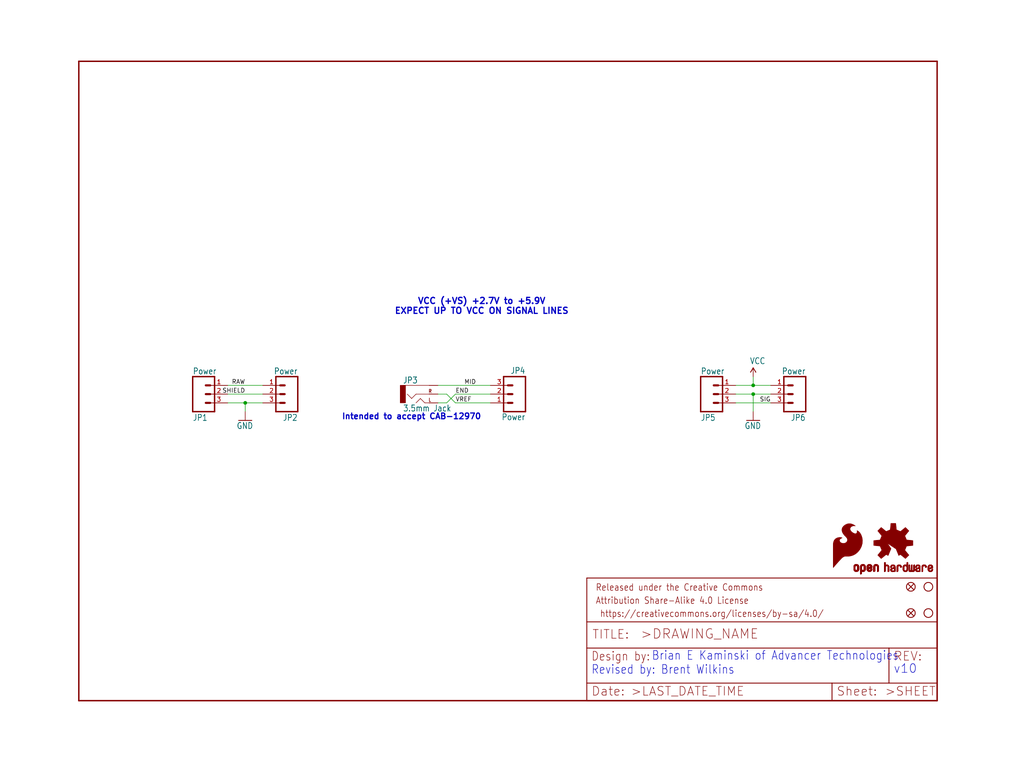
<source format=kicad_sch>
(kicad_sch (version 20211123) (generator eeschema)
  (paper "User" 297.002 223.926)
  (lib_symbols
    (symbol "eagleSchem-eagle-import:AUDIO-JACKSMD2"
      (property "Reference" "JP" (at -5.08 3.048 0))
      (property "Value" "AUDIO-JACKSMD2" (at -5.08 -5.08 0))
      (symbol "AUDIO-JACKSMD2_1_0"
        (text "L" (at 2.286 -2.286 0) (effects (font (size 1.016 0.8636) (thickness 0.1727) bold) (justify left bottom)))
        (text "R" (at 2.286 0.254 0) (effects (font (size 1.016 0.8636) (thickness 0.1727) bold) (justify left bottom)))
        (pin bidirectional line (at 5.08 0 180) (length 2.54) (name "RIGHT") (number "RING"))
        (pin bidirectional line (at 5.08 2.54 180) (length 2.54) (name "SLEEVE") (number "SLEEVE"))
        (pin bidirectional line (at 5.08 -2.54 180) (length 2.54) (name "LEFT") (number "TIP"))
      )
    )
    (symbol "eagleSchem-eagle-import:FIDUCIAL1X2")
    (symbol "eagleSchem-eagle-import:FRAME-LETTER"
      (symbol "FRAME-LETTER_2_0"
        (text " https://creativecommons.org/licenses/by-sa/4.0/" (at 2.54 24.13 0) (effects (font (size 1.9304 1.6408)) (justify left bottom)))
        (text ">DRAWING_NAME" (at 15.494 17.78 0) (effects (font (size 2.7432 2.7432)) (justify left bottom)))
        (text ">LAST_DATE_TIME" (at 12.7 1.27 0) (effects (font (size 2.54 2.54)) (justify left bottom)))
        (text ">SHEET" (at 86.36 1.27 0) (effects (font (size 2.54 2.54)) (justify left bottom)))
        (text "Attribution Share-Alike 4.0 License" (at 2.54 27.94 0) (effects (font (size 1.9304 1.6408)) (justify left bottom)))
        (text "Date:" (at 1.27 1.27 0) (effects (font (size 2.54 2.54)) (justify left bottom)))
        (text "Design by:" (at 1.27 11.43 0) (effects (font (size 2.54 2.159)) (justify left bottom)))
        (text "Released under the Creative Commons" (at 2.54 31.75 0) (effects (font (size 1.9304 1.6408)) (justify left bottom)))
        (text "REV:" (at 88.9 11.43 0) (effects (font (size 2.54 2.54)) (justify left bottom)))
        (text "Sheet:" (at 72.39 1.27 0) (effects (font (size 2.54 2.54)) (justify left bottom)))
        (text "TITLE:" (at 1.524 17.78 0) (effects (font (size 2.54 2.54)) (justify left bottom)))
      )
    )
    (symbol "eagleSchem-eagle-import:GND" (power)
      (property "Value" "GND" (at -2.54 -2.54 0))
      (symbol "GND_1_0"
        (pin power_in line (at 0 2.54 270) (length 2.54) (name "GND") (number "1"))
      )
    )
    (symbol "eagleSchem-eagle-import:M031X03_NO_SILK"
      (property "Reference" "JP" (at -2.54 5.842 0))
      (property "Value" "M031X03_NO_SILK" (at -2.54 -7.62 0))
      (symbol "M031X03_NO_SILK_1_0"
        (pin passive line (at 7.62 -2.54 180) (length 5.08) (name "1") (number "1"))
        (pin passive line (at 7.62 0 180) (length 5.08) (name "2") (number "2"))
        (pin passive line (at 7.62 2.54 180) (length 5.08) (name "3") (number "3"))
      )
    )
    (symbol "eagleSchem-eagle-import:OSHW-LOGOM")
    (symbol "eagleSchem-eagle-import:SFE_LOGO_FLAME.2_INCH")
    (symbol "eagleSchem-eagle-import:STAND-OFF")
    (symbol "eagleSchem-eagle-import:VCC" (power)
      (property "Value" "VCC" (at -1.016 3.556 0))
      (symbol "VCC_1_0"
        (pin power_in line (at 0 0 90) (length 2.54) (name "VCC") (number "1"))
      )
    )
  )
  (junction (at 218.44 114.3))
  (junction (at 71.12 116.84))
  (junction (at 218.44 111.76))
  (wire (pts (xy 127 111.76) (xy 142.24 111.76)))
  (wire (pts (xy 132.08 114.3) (xy 142.24 114.3)))
  (wire (pts (xy 223.52 116.84) (xy 213.36 116.84)))
  (wire (pts (xy 129.54 116.84) (xy 132.08 114.3)))
  (wire (pts (xy 218.44 114.3) (xy 218.44 119.38)))
  (wire (pts (xy 76.2 116.84) (xy 71.12 116.84)))
  (wire (pts (xy 218.44 109.22) (xy 218.44 111.76)))
  (wire (pts (xy 71.12 116.84) (xy 66.04 116.84)))
  (wire (pts (xy 223.52 114.3) (xy 218.44 114.3)))
  (wire (pts (xy 76.2 111.76) (xy 66.04 111.76)))
  (wire (pts (xy 132.08 116.84) (xy 142.24 116.84)))
  (wire (pts (xy 76.2 114.3) (xy 66.04 114.3)))
  (wire (pts (xy 127 116.84) (xy 129.54 116.84)))
  (wire (pts (xy 218.44 111.76) (xy 213.36 111.76)))
  (wire (pts (xy 71.12 116.84) (xy 71.12 119.38)))
  (wire (pts (xy 129.54 114.3) (xy 132.08 116.84)))
  (wire (pts (xy 218.44 114.3) (xy 213.36 114.3)))
  (wire (pts (xy 127 114.3) (xy 129.54 114.3)))
  (wire (pts (xy 223.52 111.76) (xy 218.44 111.76)))
  (text "v10" (at 259.08 195.58 180) (effects (font (size 2.54 2.54)) (justify left bottom)))
  (text "VCC (+VS) +2.7V to +5.9V\nEXPECT UP TO VCC ON SIGNAL LINES" (at 139.7 88.9 0) (effects (font (size 1.778 1.778) (thickness 0.3556) bold)))
  (text "Intended to accept CAB-12970" (at 99.06 121.92 180) (effects (font (size 1.6764 1.6764) (thickness 0.3353) bold) (justify left bottom)))
  (text "Brian E Kaminski of Advancer Technologies" (at 188.976 191.77 180) (effects (font (size 2.54 2.159)) (justify left bottom)))
  (text "Revised by: Brent Wilkins" (at 171.45 195.834 180) (effects (font (size 2.54 2.159)) (justify left bottom)))
  (label "END" (at 132.08 114.3 0) (effects (font (size 1.2446 1.2446))))
  (label "SHIELD" (at 71.12 114.3 180) (effects (font (size 1.2446 1.2446))))
  (label "RAW" (at 71.12 111.76 180) (effects (font (size 1.2446 1.2446))))
  (label "VREF" (at 132.08 116.84 0) (effects (font (size 1.2446 1.2446))))
  (label "MID" (at 134.62 111.76 0) (effects (font (size 1.2446 1.2446))))
  (label "SIG" (at 223.52 116.84 180) (effects (font (size 1.2446 1.2446))))
  (symbol (lib_id "eagleSchem-eagle-import:VCC") (at 218.44 109.22 0) (unit 1)
    (property "Reference" "#SUPPLY1" (effects hide))
    (property "Value" "VCC" (at 217.424 105.664 0) (effects (font (size 1.778 1.5113)) (justify left bottom)))
    (property "Footprint" "eagleSchem:" (effects hide))
  )
  (symbol (lib_id "eagleSchem-eagle-import:GND") (at 71.12 121.92 0) (unit 1)
    (property "Reference" "#GND1" (effects hide))
    (property "Value" "GND" (at 68.58 124.46 0) (effects (font (size 1.778 1.5113)) (justify left bottom)))
    (property "Footprint" "eagleSchem:" (effects hide))
  )
  (symbol (lib_id "eagleSchem-eagle-import:FIDUCIAL1X2") (at 264.16 170.18 0) (unit 1)
    (property "Reference" "FID1" (effects hide))
    (property "Value" "FIDUCIAL1X2" (effects hide))
    (property "Footprint" "eagleSchem:FIDUCIAL-1X2" (effects hide))
  )
  (symbol (lib_id "eagleSchem-eagle-import:M031X03_NO_SILK") (at 58.42 114.3 0) (mirror x) (unit 1)
    (property "Reference" "JP1" (at 55.88 120.142 0) (effects (font (size 1.778 1.5113)) (justify left bottom)))
    (property "Value" "Power" (at 55.88 106.68 0) (effects (font (size 1.778 1.5113)) (justify left bottom)))
    (property "Footprint" "eagleSchem:1X03_NO_SILK" (effects hide))
  )
  (symbol (lib_id "eagleSchem-eagle-import:FRAME-LETTER") (at 170.18 203.2 0) (unit 2)
    (property "Reference" "FRAME1" (effects hide))
    (property "Value" "FRAME-LETTER" (effects hide))
    (property "Footprint" "eagleSchem:CREATIVE_COMMONS" (effects hide))
  )
  (symbol (lib_id "eagleSchem-eagle-import:STAND-OFF") (at 269.24 177.8 0) (unit 1)
    (property "Reference" "STANDOFF2" (effects hide))
    (property "Value" "STAND-OFF" (effects hide))
    (property "Footprint" "eagleSchem:STAND-OFF" (effects hide))
  )
  (symbol (lib_id "eagleSchem-eagle-import:M031X03_NO_SILK") (at 231.14 114.3 180) (unit 1)
    (property "Reference" "JP6" (at 233.68 120.142 0) (effects (font (size 1.778 1.5113)) (justify left bottom)))
    (property "Value" "Power" (at 233.68 106.68 0) (effects (font (size 1.778 1.5113)) (justify left bottom)))
    (property "Footprint" "eagleSchem:1X03_NO_SILK" (effects hide))
  )
  (symbol (lib_id "eagleSchem-eagle-import:OSHW-LOGOM") (at 259.08 157.48 0) (unit 1)
    (property "Reference" "LOGO2" (effects hide))
    (property "Value" "OSHW-LOGOM" (effects hide))
    (property "Footprint" "eagleSchem:OSHW-LOGO-M" (effects hide))
  )
  (symbol (lib_id "eagleSchem-eagle-import:M031X03_NO_SILK") (at 149.86 114.3 0) (mirror y) (unit 1)
    (property "Reference" "JP4" (at 152.4 108.458 0) (effects (font (size 1.778 1.5113)) (justify left bottom)))
    (property "Value" "Power" (at 152.4 121.92 0) (effects (font (size 1.778 1.5113)) (justify left bottom)))
    (property "Footprint" "eagleSchem:1X03_NO_SILK" (effects hide))
  )
  (symbol (lib_id "eagleSchem-eagle-import:M031X03_NO_SILK") (at 205.74 114.3 0) (mirror x) (unit 1)
    (property "Reference" "JP5" (at 203.2 120.142 0) (effects (font (size 1.778 1.5113)) (justify left bottom)))
    (property "Value" "Power" (at 203.2 106.68 0) (effects (font (size 1.778 1.5113)) (justify left bottom)))
    (property "Footprint" "eagleSchem:1X03_NO_SILK" (effects hide))
  )
  (symbol (lib_id "eagleSchem-eagle-import:AUDIO-JACKSMD2") (at 121.92 114.3 0) (unit 1)
    (property "Reference" "JP3" (at 116.84 111.252 0) (effects (font (size 1.778 1.5113)) (justify left bottom)))
    (property "Value" "3.5mm Jack" (at 116.84 119.38 0) (effects (font (size 1.778 1.5113)) (justify left bottom)))
    (property "Footprint" "eagleSchem:AUDIO-JACK-3.5MM-SMD" (effects hide))
  )
  (symbol (lib_id "eagleSchem-eagle-import:SFE_LOGO_FLAME.2_INCH") (at 241.3 165.1 0) (unit 1)
    (property "Reference" "LOGO1" (effects hide))
    (property "Value" "SFE_LOGO_FLAME.2_INCH" (effects hide))
    (property "Footprint" "eagleSchem:SFE_LOGO_FLAME_.2" (effects hide))
  )
  (symbol (lib_id "eagleSchem-eagle-import:GND") (at 218.44 121.92 0) (unit 1)
    (property "Reference" "#GND2" (effects hide))
    (property "Value" "GND" (at 215.9 124.46 0) (effects (font (size 1.778 1.5113)) (justify left bottom)))
    (property "Footprint" "eagleSchem:" (effects hide))
  )
  (symbol (lib_id "eagleSchem-eagle-import:FIDUCIAL1X2") (at 264.16 177.8 0) (unit 1)
    (property "Reference" "FID2" (effects hide))
    (property "Value" "FIDUCIAL1X2" (effects hide))
    (property "Footprint" "eagleSchem:FIDUCIAL-1X2" (effects hide))
  )
  (symbol (lib_id "eagleSchem-eagle-import:M031X03_NO_SILK") (at 83.82 114.3 180) (unit 1)
    (property "Reference" "JP2" (at 86.36 120.142 0) (effects (font (size 1.778 1.5113)) (justify left bottom)))
    (property "Value" "Power" (at 86.36 106.68 0) (effects (font (size 1.778 1.5113)) (justify left bottom)))
    (property "Footprint" "eagleSchem:1X03_NO_SILK" (effects hide))
  )
  (symbol (lib_id "eagleSchem-eagle-import:STAND-OFF") (at 269.24 170.18 0) (unit 1)
    (property "Reference" "STANDOFF1" (effects hide))
    (property "Value" "STAND-OFF" (effects hide))
    (property "Footprint" "eagleSchem:STAND-OFF" (effects hide))
  )
  (symbol (lib_id "eagleSchem-eagle-import:FRAME-LETTER") (at 22.86 203.2 0) (unit 1)
    (property "Reference" "FRAME1" (effects hide))
    (property "Value" "FRAME-LETTER" (effects hide))
    (property "Footprint" "eagleSchem:CREATIVE_COMMONS" (effects hide))
  )
)
</source>
